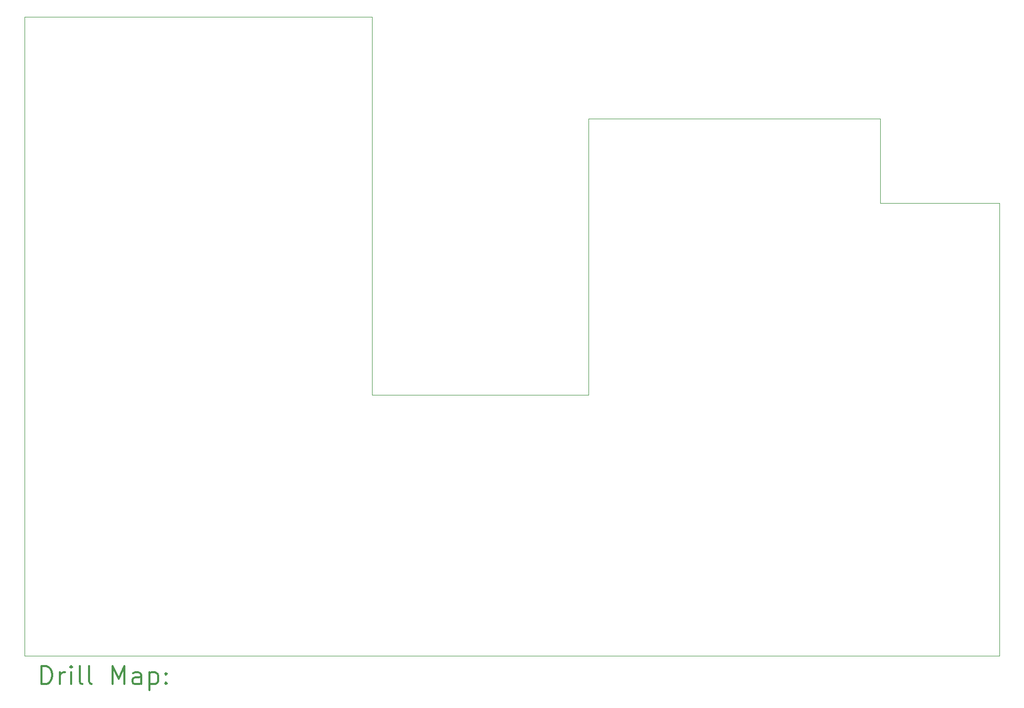
<source format=gbr>
%FSLAX45Y45*%
G04 Gerber Fmt 4.5, Leading zero omitted, Abs format (unit mm)*
G04 Created by KiCad (PCBNEW (5.1.7)-1) date 2020-11-02 22:58:33*
%MOMM*%
%LPD*%
G01*
G04 APERTURE LIST*
%TA.AperFunction,Profile*%
%ADD10C,0.050000*%
%TD*%
%ADD11C,0.200000*%
%ADD12C,0.300000*%
G04 APERTURE END LIST*
D10*
X12992100Y-4394200D02*
X17818100Y-4394200D01*
X12992100Y-8966200D02*
X12992100Y-4394200D01*
X9404350Y-8966200D02*
X12992100Y-8966200D01*
X9404350Y-8966200D02*
X9404350Y-2705100D01*
X3657600Y-13284200D02*
X3657600Y-2705100D01*
X19786600Y-13284200D02*
X3657600Y-13284200D01*
X19786600Y-5791200D02*
X19786600Y-13284200D01*
X17818100Y-5791200D02*
X19786600Y-5791200D01*
X17818100Y-4394200D02*
X17818100Y-5791200D01*
X3657600Y-2705100D02*
X9404350Y-2705100D01*
D11*
D12*
X3941528Y-13752414D02*
X3941528Y-13452414D01*
X4012957Y-13452414D01*
X4055814Y-13466700D01*
X4084386Y-13495271D01*
X4098671Y-13523843D01*
X4112957Y-13580986D01*
X4112957Y-13623843D01*
X4098671Y-13680986D01*
X4084386Y-13709557D01*
X4055814Y-13738129D01*
X4012957Y-13752414D01*
X3941528Y-13752414D01*
X4241528Y-13752414D02*
X4241528Y-13552414D01*
X4241528Y-13609557D02*
X4255814Y-13580986D01*
X4270100Y-13566700D01*
X4298671Y-13552414D01*
X4327243Y-13552414D01*
X4427243Y-13752414D02*
X4427243Y-13552414D01*
X4427243Y-13452414D02*
X4412957Y-13466700D01*
X4427243Y-13480986D01*
X4441528Y-13466700D01*
X4427243Y-13452414D01*
X4427243Y-13480986D01*
X4612957Y-13752414D02*
X4584386Y-13738129D01*
X4570100Y-13709557D01*
X4570100Y-13452414D01*
X4770100Y-13752414D02*
X4741528Y-13738129D01*
X4727243Y-13709557D01*
X4727243Y-13452414D01*
X5112957Y-13752414D02*
X5112957Y-13452414D01*
X5212957Y-13666700D01*
X5312957Y-13452414D01*
X5312957Y-13752414D01*
X5584386Y-13752414D02*
X5584386Y-13595271D01*
X5570100Y-13566700D01*
X5541528Y-13552414D01*
X5484386Y-13552414D01*
X5455814Y-13566700D01*
X5584386Y-13738129D02*
X5555814Y-13752414D01*
X5484386Y-13752414D01*
X5455814Y-13738129D01*
X5441528Y-13709557D01*
X5441528Y-13680986D01*
X5455814Y-13652414D01*
X5484386Y-13638129D01*
X5555814Y-13638129D01*
X5584386Y-13623843D01*
X5727243Y-13552414D02*
X5727243Y-13852414D01*
X5727243Y-13566700D02*
X5755814Y-13552414D01*
X5812957Y-13552414D01*
X5841528Y-13566700D01*
X5855814Y-13580986D01*
X5870100Y-13609557D01*
X5870100Y-13695271D01*
X5855814Y-13723843D01*
X5841528Y-13738129D01*
X5812957Y-13752414D01*
X5755814Y-13752414D01*
X5727243Y-13738129D01*
X5998671Y-13723843D02*
X6012957Y-13738129D01*
X5998671Y-13752414D01*
X5984386Y-13738129D01*
X5998671Y-13723843D01*
X5998671Y-13752414D01*
X5998671Y-13566700D02*
X6012957Y-13580986D01*
X5998671Y-13595271D01*
X5984386Y-13580986D01*
X5998671Y-13566700D01*
X5998671Y-13595271D01*
M02*

</source>
